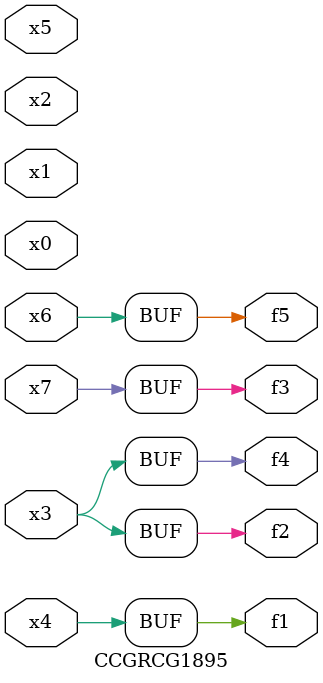
<source format=v>
module CCGRCG1895(
	input x0, x1, x2, x3, x4, x5, x6, x7,
	output f1, f2, f3, f4, f5
);
	assign f1 = x4;
	assign f2 = x3;
	assign f3 = x7;
	assign f4 = x3;
	assign f5 = x6;
endmodule

</source>
